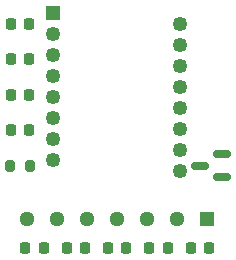
<source format=gbr>
%TF.GenerationSoftware,KiCad,Pcbnew,8.0.7*%
%TF.CreationDate,2025-02-24T15:42:20+09:00*%
%TF.ProjectId,pmw3610_breakout,706d7733-3631-4305-9f62-7265616b6f75,rev?*%
%TF.SameCoordinates,Original*%
%TF.FileFunction,Soldermask,Bot*%
%TF.FilePolarity,Negative*%
%FSLAX46Y46*%
G04 Gerber Fmt 4.6, Leading zero omitted, Abs format (unit mm)*
G04 Created by KiCad (PCBNEW 8.0.7) date 2025-02-24 15:42:20*
%MOMM*%
%LPD*%
G01*
G04 APERTURE LIST*
G04 Aperture macros list*
%AMRoundRect*
0 Rectangle with rounded corners*
0 $1 Rounding radius*
0 $2 $3 $4 $5 $6 $7 $8 $9 X,Y pos of 4 corners*
0 Add a 4 corners polygon primitive as box body*
4,1,4,$2,$3,$4,$5,$6,$7,$8,$9,$2,$3,0*
0 Add four circle primitives for the rounded corners*
1,1,$1+$1,$2,$3*
1,1,$1+$1,$4,$5*
1,1,$1+$1,$6,$7*
1,1,$1+$1,$8,$9*
0 Add four rect primitives between the rounded corners*
20,1,$1+$1,$2,$3,$4,$5,0*
20,1,$1+$1,$4,$5,$6,$7,0*
20,1,$1+$1,$6,$7,$8,$9,0*
20,1,$1+$1,$8,$9,$2,$3,0*%
G04 Aperture macros list end*
%ADD10RoundRect,0.187500X-0.437500X0.437500X-0.437500X-0.437500X0.437500X-0.437500X0.437500X0.437500X0*%
%ADD11O,1.250000X1.250000*%
%ADD12R,1.300000X1.300000*%
%ADD13O,1.300000X1.300000*%
%ADD14RoundRect,0.225000X0.225000X0.250000X-0.225000X0.250000X-0.225000X-0.250000X0.225000X-0.250000X0*%
%ADD15RoundRect,0.150000X0.587500X0.150000X-0.587500X0.150000X-0.587500X-0.150000X0.587500X-0.150000X0*%
%ADD16RoundRect,0.200000X0.200000X0.275000X-0.200000X0.275000X-0.200000X-0.275000X0.200000X-0.275000X0*%
G04 APERTURE END LIST*
D10*
%TO.C,U2*%
X130650000Y-81100000D03*
D11*
X130650000Y-82880000D03*
X130650000Y-84660000D03*
X130650000Y-86440000D03*
X130650000Y-88220000D03*
X130650000Y-90000000D03*
X130650000Y-91780000D03*
X130650000Y-93560000D03*
X141350000Y-94450000D03*
X141350000Y-92670000D03*
X141350000Y-90890000D03*
X141350000Y-89110000D03*
X141350000Y-87330000D03*
X141350000Y-85550000D03*
X141350000Y-83770000D03*
X141350000Y-81990000D03*
%TD*%
D12*
%TO.C,J1*%
X143620000Y-98500000D03*
D13*
X141080000Y-98500000D03*
X138540000Y-98500000D03*
X136000000Y-98500000D03*
X133460000Y-98500000D03*
X130920000Y-98500000D03*
X128380000Y-98500000D03*
%TD*%
D14*
%TO.C,C2*%
X140325000Y-101000000D03*
X138775000Y-101000000D03*
%TD*%
%TO.C,C7*%
X128600000Y-85000000D03*
X127050000Y-85000000D03*
%TD*%
%TO.C,C5*%
X129825000Y-101000000D03*
X128275000Y-101000000D03*
%TD*%
%TO.C,C1*%
X143825000Y-101000000D03*
X142275000Y-101000000D03*
%TD*%
%TO.C,C9*%
X128600000Y-91000000D03*
X127050000Y-91000000D03*
%TD*%
D15*
%TO.C,U1*%
X144937500Y-93050000D03*
X144937500Y-94950000D03*
X143062500Y-94000000D03*
%TD*%
D14*
%TO.C,C8*%
X128600000Y-88000000D03*
X127050000Y-88000000D03*
%TD*%
%TO.C,C6*%
X128600000Y-82000000D03*
X127050000Y-82000000D03*
%TD*%
%TO.C,C4*%
X133325000Y-101000000D03*
X131775000Y-101000000D03*
%TD*%
%TO.C,C3*%
X136825000Y-101000000D03*
X135275000Y-101000000D03*
%TD*%
D16*
%TO.C,R1*%
X128650000Y-94000000D03*
X127000000Y-94000000D03*
%TD*%
M02*

</source>
